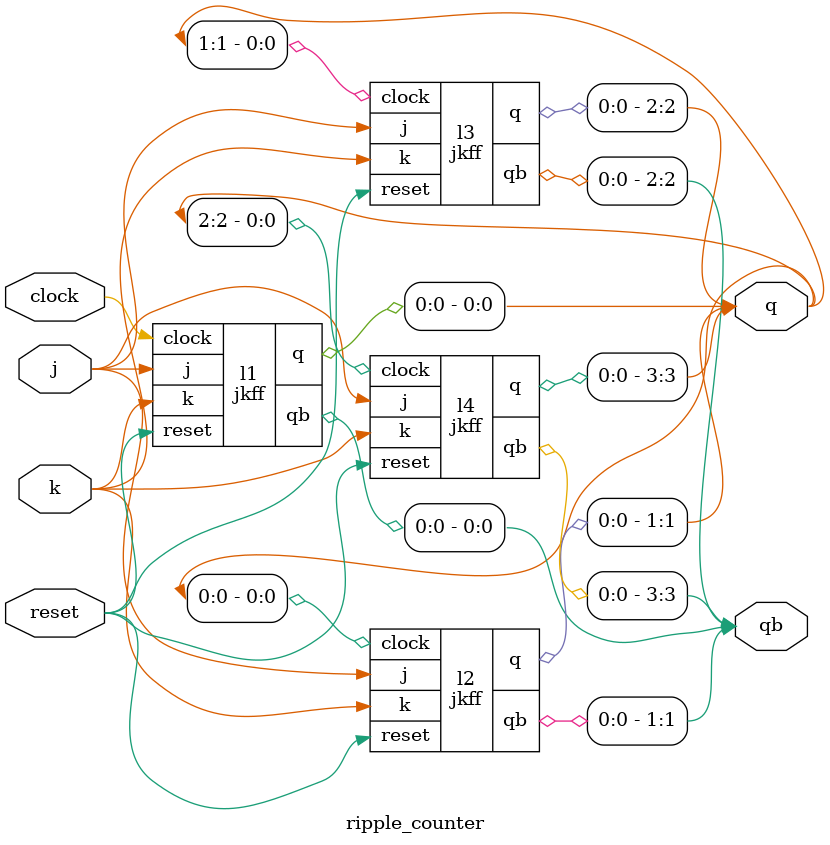
<source format=v>
module jkff(j,k,clock,reset,q,qb);
input j,k,clock,reset;
output reg q,qb;
always@(negedge clock)
begin
case({reset,j,k})
3'b100 :q=q;
3'b101 :q=0;
3'b110 :q=1;
3'b111 :q=~q;
default: q = 0;
endcase
qb=~q;
end
endmodule


module ripple_counter(j,k,clock,reset,q,qb);
input j,k,clock,reset;
output wire [3:0]q,qb;
jkff l1(j,k,clock,reset,q[0],qb[0]);
jkff l2(j,k,q[0],reset,q[1],qb[1]);
jkff l3(j,k,q[1],reset,q[2],qb[2]);
jkff l4(j,k,q[2],reset,q[3],qb[3]);
endmodule

</source>
